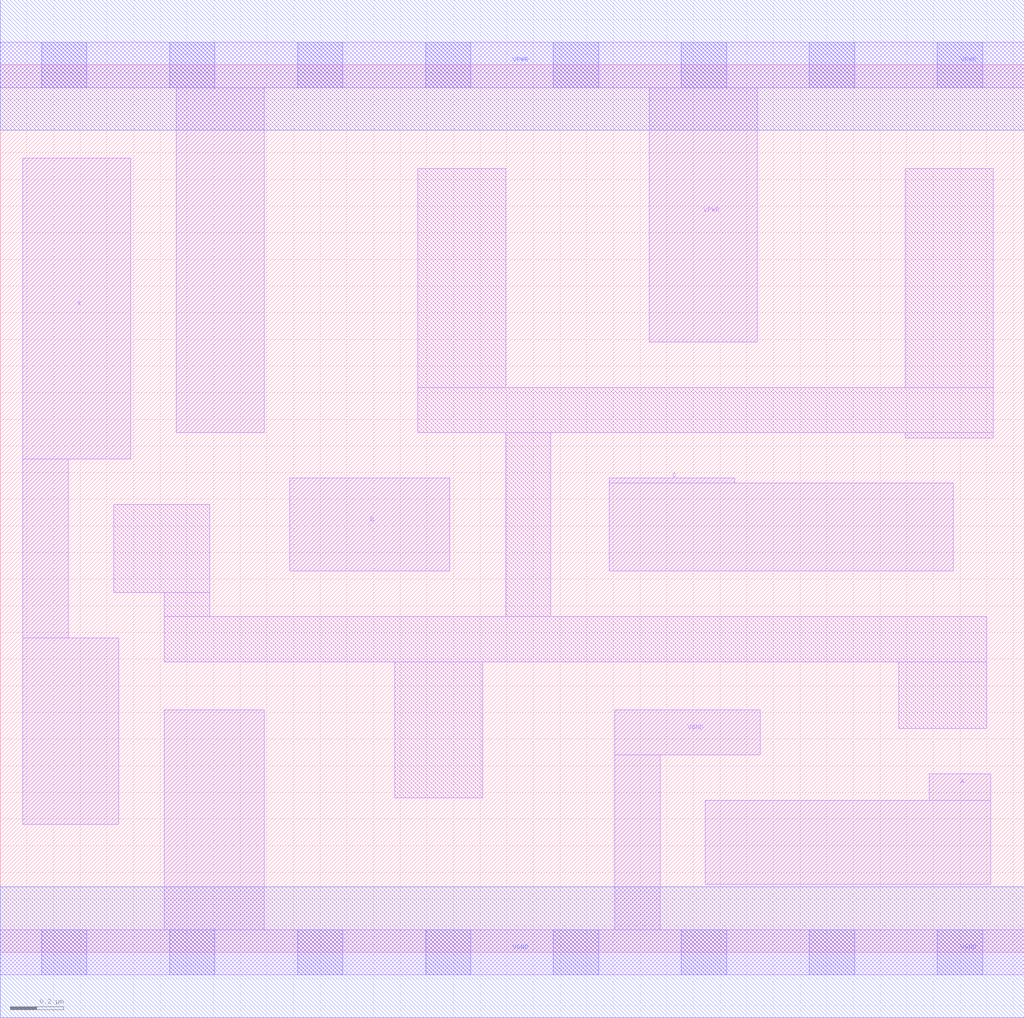
<source format=lef>
# Copyright 2020 The SkyWater PDK Authors
#
# Licensed under the Apache License, Version 2.0 (the "License");
# you may not use this file except in compliance with the License.
# You may obtain a copy of the License at
#
#     https://www.apache.org/licenses/LICENSE-2.0
#
# Unless required by applicable law or agreed to in writing, software
# distributed under the License is distributed on an "AS IS" BASIS,
# WITHOUT WARRANTIES OR CONDITIONS OF ANY KIND, either express or implied.
# See the License for the specific language governing permissions and
# limitations under the License.
#
# SPDX-License-Identifier: Apache-2.0

VERSION 5.7 ;
  NAMESCASESENSITIVE ON ;
  NOWIREEXTENSIONATPIN ON ;
  DIVIDERCHAR "/" ;
  BUSBITCHARS "[]" ;
UNITS
  DATABASE MICRONS 200 ;
END UNITS
MACRO sky130_fd_sc_ms__maj3_1
  CLASS CORE ;
  SOURCE USER ;
  FOREIGN sky130_fd_sc_ms__maj3_1 ;
  ORIGIN  0.000000  0.000000 ;
  SIZE  3.840000 BY  3.330000 ;
  SYMMETRY X Y ;
  SITE unit ;
  PIN A
    ANTENNAGATEAREA  0.552000 ;
    DIRECTION INPUT ;
    USE SIGNAL ;
    PORT
      LAYER li1 ;
        RECT 2.645000 0.255000 3.715000 0.570000 ;
        RECT 3.485000 0.570000 3.715000 0.670000 ;
    END
  END A
  PIN B
    ANTENNAGATEAREA  0.552000 ;
    DIRECTION INPUT ;
    USE SIGNAL ;
    PORT
      LAYER li1 ;
        RECT 1.085000 1.430000 1.685000 1.780000 ;
    END
  END B
  PIN C
    ANTENNAGATEAREA  0.552000 ;
    DIRECTION INPUT ;
    USE SIGNAL ;
    PORT
      LAYER li1 ;
        RECT 2.285000 1.430000 3.575000 1.760000 ;
        RECT 2.285000 1.760000 2.755000 1.780000 ;
    END
  END C
  PIN X
    ANTENNADIFFAREA  0.521700 ;
    DIRECTION OUTPUT ;
    USE SIGNAL ;
    PORT
      LAYER li1 ;
        RECT 0.085000 0.480000 0.445000 1.180000 ;
        RECT 0.085000 1.180000 0.255000 1.850000 ;
        RECT 0.085000 1.850000 0.490000 2.980000 ;
    END
  END X
  PIN VGND
    DIRECTION INOUT ;
    USE GROUND ;
    PORT
      LAYER li1 ;
        RECT 0.000000 -0.085000 3.840000 0.085000 ;
        RECT 0.615000  0.085000 0.990000 0.910000 ;
        RECT 2.305000  0.085000 2.475000 0.740000 ;
        RECT 2.305000  0.740000 2.850000 0.910000 ;
      LAYER mcon ;
        RECT 0.155000 -0.085000 0.325000 0.085000 ;
        RECT 0.635000 -0.085000 0.805000 0.085000 ;
        RECT 1.115000 -0.085000 1.285000 0.085000 ;
        RECT 1.595000 -0.085000 1.765000 0.085000 ;
        RECT 2.075000 -0.085000 2.245000 0.085000 ;
        RECT 2.555000 -0.085000 2.725000 0.085000 ;
        RECT 3.035000 -0.085000 3.205000 0.085000 ;
        RECT 3.515000 -0.085000 3.685000 0.085000 ;
      LAYER met1 ;
        RECT 0.000000 -0.245000 3.840000 0.245000 ;
    END
  END VGND
  PIN VPWR
    DIRECTION INOUT ;
    USE POWER ;
    PORT
      LAYER li1 ;
        RECT 0.000000 3.245000 3.840000 3.415000 ;
        RECT 0.660000 1.950000 0.990000 3.245000 ;
        RECT 2.435000 2.290000 2.840000 3.245000 ;
      LAYER mcon ;
        RECT 0.155000 3.245000 0.325000 3.415000 ;
        RECT 0.635000 3.245000 0.805000 3.415000 ;
        RECT 1.115000 3.245000 1.285000 3.415000 ;
        RECT 1.595000 3.245000 1.765000 3.415000 ;
        RECT 2.075000 3.245000 2.245000 3.415000 ;
        RECT 2.555000 3.245000 2.725000 3.415000 ;
        RECT 3.035000 3.245000 3.205000 3.415000 ;
        RECT 3.515000 3.245000 3.685000 3.415000 ;
      LAYER met1 ;
        RECT 0.000000 3.085000 3.840000 3.575000 ;
    END
  END VPWR
  OBS
    LAYER li1 ;
      RECT 0.425000 1.350000 0.785000 1.680000 ;
      RECT 0.615000 1.090000 3.700000 1.260000 ;
      RECT 0.615000 1.260000 0.785000 1.350000 ;
      RECT 1.480000 0.580000 1.810000 1.090000 ;
      RECT 1.565000 1.950000 3.725000 2.120000 ;
      RECT 1.565000 2.120000 1.895000 2.940000 ;
      RECT 1.895000 1.260000 2.065000 1.950000 ;
      RECT 3.370000 0.840000 3.700000 1.090000 ;
      RECT 3.395000 1.930000 3.725000 1.950000 ;
      RECT 3.395000 2.120000 3.725000 2.940000 ;
  END
END sky130_fd_sc_ms__maj3_1

</source>
